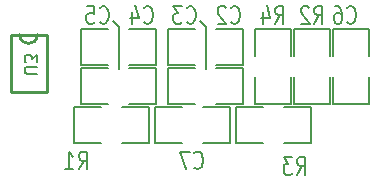
<source format=gbo>
G04 #@! TF.GenerationSoftware,KiCad,Pcbnew,6.0.11-2627ca5db0~126~ubuntu20.04.1*
G04 #@! TF.CreationDate,2023-03-27T19:11:57+02:00*
G04 #@! TF.ProjectId,KA12,4b413132-2e6b-4696-9361-645f70636258,rev?*
G04 #@! TF.SameCoordinates,Original*
G04 #@! TF.FileFunction,Legend,Bot*
G04 #@! TF.FilePolarity,Positive*
%FSLAX46Y46*%
G04 Gerber Fmt 4.6, Leading zero omitted, Abs format (unit mm)*
G04 Created by KiCad (PCBNEW 6.0.11-2627ca5db0~126~ubuntu20.04.1) date 2023-03-27 19:11:57*
%MOMM*%
%LPD*%
G01*
G04 APERTURE LIST*
%ADD10C,0.200000*%
%ADD11C,0.203200*%
%ADD12C,0.254000*%
G04 APERTURE END LIST*
D10*
X113538000Y-105156000D02*
X114046000Y-105664000D01*
X114046000Y-105664000D02*
X114046000Y-109220000D01*
X120904000Y-105156000D02*
X121412000Y-105664000D01*
X121412000Y-105664000D02*
X121412000Y-109220000D01*
D11*
X107100619Y-109613095D02*
X106291095Y-109613095D01*
X106195857Y-109564714D01*
X106148238Y-109516333D01*
X106100619Y-109419571D01*
X106100619Y-109226047D01*
X106148238Y-109129285D01*
X106195857Y-109080904D01*
X106291095Y-109032523D01*
X107100619Y-109032523D01*
X107100619Y-108645476D02*
X107100619Y-108016523D01*
X106719666Y-108355190D01*
X106719666Y-108210047D01*
X106672047Y-108113285D01*
X106624428Y-108064904D01*
X106529190Y-108016523D01*
X106291095Y-108016523D01*
X106195857Y-108064904D01*
X106148238Y-108113285D01*
X106100619Y-108210047D01*
X106100619Y-108500333D01*
X106148238Y-108597095D01*
X106195857Y-108645476D01*
D10*
X110690000Y-117709071D02*
X111090000Y-116994785D01*
X111375714Y-117709071D02*
X111375714Y-116209071D01*
X110918571Y-116209071D01*
X110804285Y-116280500D01*
X110747142Y-116351928D01*
X110690000Y-116494785D01*
X110690000Y-116709071D01*
X110747142Y-116851928D01*
X110804285Y-116923357D01*
X110918571Y-116994785D01*
X111375714Y-116994785D01*
X109547142Y-117709071D02*
X110232857Y-117709071D01*
X109890000Y-117709071D02*
X109890000Y-116209071D01*
X110004285Y-116423357D01*
X110118571Y-116566214D01*
X110232857Y-116637642D01*
X120469000Y-117566214D02*
X120526142Y-117637642D01*
X120697571Y-117709071D01*
X120811857Y-117709071D01*
X120983285Y-117637642D01*
X121097571Y-117494785D01*
X121154714Y-117351928D01*
X121211857Y-117066214D01*
X121211857Y-116851928D01*
X121154714Y-116566214D01*
X121097571Y-116423357D01*
X120983285Y-116280500D01*
X120811857Y-116209071D01*
X120697571Y-116209071D01*
X120526142Y-116280500D01*
X120469000Y-116351928D01*
X120069000Y-116209071D02*
X119269000Y-116209071D01*
X119783285Y-117709071D01*
X133423000Y-105247214D02*
X133480142Y-105318642D01*
X133651571Y-105390071D01*
X133765857Y-105390071D01*
X133937285Y-105318642D01*
X134051571Y-105175785D01*
X134108714Y-105032928D01*
X134165857Y-104747214D01*
X134165857Y-104532928D01*
X134108714Y-104247214D01*
X134051571Y-104104357D01*
X133937285Y-103961500D01*
X133765857Y-103890071D01*
X133651571Y-103890071D01*
X133480142Y-103961500D01*
X133423000Y-104032928D01*
X132394428Y-103890071D02*
X132623000Y-103890071D01*
X132737285Y-103961500D01*
X132794428Y-104032928D01*
X132908714Y-104247214D01*
X132965857Y-104532928D01*
X132965857Y-105104357D01*
X132908714Y-105247214D01*
X132851571Y-105318642D01*
X132737285Y-105390071D01*
X132508714Y-105390071D01*
X132394428Y-105318642D01*
X132337285Y-105247214D01*
X132280142Y-105104357D01*
X132280142Y-104747214D01*
X132337285Y-104604357D01*
X132394428Y-104532928D01*
X132508714Y-104461500D01*
X132737285Y-104461500D01*
X132851571Y-104532928D01*
X132908714Y-104604357D01*
X132965857Y-104747214D01*
X127327000Y-105390071D02*
X127727000Y-104675785D01*
X128012714Y-105390071D02*
X128012714Y-103890071D01*
X127555571Y-103890071D01*
X127441285Y-103961500D01*
X127384142Y-104032928D01*
X127327000Y-104175785D01*
X127327000Y-104390071D01*
X127384142Y-104532928D01*
X127441285Y-104604357D01*
X127555571Y-104675785D01*
X128012714Y-104675785D01*
X126298428Y-104390071D02*
X126298428Y-105390071D01*
X126584142Y-103818642D02*
X126869857Y-104890071D01*
X126127000Y-104890071D01*
X129168500Y-118153571D02*
X129568500Y-117439285D01*
X129854214Y-118153571D02*
X129854214Y-116653571D01*
X129397071Y-116653571D01*
X129282785Y-116725000D01*
X129225642Y-116796428D01*
X129168500Y-116939285D01*
X129168500Y-117153571D01*
X129225642Y-117296428D01*
X129282785Y-117367857D01*
X129397071Y-117439285D01*
X129854214Y-117439285D01*
X128768500Y-116653571D02*
X128025642Y-116653571D01*
X128425642Y-117225000D01*
X128254214Y-117225000D01*
X128139928Y-117296428D01*
X128082785Y-117367857D01*
X128025642Y-117510714D01*
X128025642Y-117867857D01*
X128082785Y-118010714D01*
X128139928Y-118082142D01*
X128254214Y-118153571D01*
X128597071Y-118153571D01*
X128711357Y-118082142D01*
X128768500Y-118010714D01*
X130629000Y-105390071D02*
X131029000Y-104675785D01*
X131314714Y-105390071D02*
X131314714Y-103890071D01*
X130857571Y-103890071D01*
X130743285Y-103961500D01*
X130686142Y-104032928D01*
X130629000Y-104175785D01*
X130629000Y-104390071D01*
X130686142Y-104532928D01*
X130743285Y-104604357D01*
X130857571Y-104675785D01*
X131314714Y-104675785D01*
X130171857Y-104032928D02*
X130114714Y-103961500D01*
X130000428Y-103890071D01*
X129714714Y-103890071D01*
X129600428Y-103961500D01*
X129543285Y-104032928D01*
X129486142Y-104175785D01*
X129486142Y-104318642D01*
X129543285Y-104532928D01*
X130229000Y-105390071D01*
X129486142Y-105390071D01*
X112468000Y-105247214D02*
X112525142Y-105318642D01*
X112696571Y-105390071D01*
X112810857Y-105390071D01*
X112982285Y-105318642D01*
X113096571Y-105175785D01*
X113153714Y-105032928D01*
X113210857Y-104747214D01*
X113210857Y-104532928D01*
X113153714Y-104247214D01*
X113096571Y-104104357D01*
X112982285Y-103961500D01*
X112810857Y-103890071D01*
X112696571Y-103890071D01*
X112525142Y-103961500D01*
X112468000Y-104032928D01*
X111382285Y-103890071D02*
X111953714Y-103890071D01*
X112010857Y-104604357D01*
X111953714Y-104532928D01*
X111839428Y-104461500D01*
X111553714Y-104461500D01*
X111439428Y-104532928D01*
X111382285Y-104604357D01*
X111325142Y-104747214D01*
X111325142Y-105104357D01*
X111382285Y-105247214D01*
X111439428Y-105318642D01*
X111553714Y-105390071D01*
X111839428Y-105390071D01*
X111953714Y-105318642D01*
X112010857Y-105247214D01*
X116214500Y-105247214D02*
X116271642Y-105318642D01*
X116443071Y-105390071D01*
X116557357Y-105390071D01*
X116728785Y-105318642D01*
X116843071Y-105175785D01*
X116900214Y-105032928D01*
X116957357Y-104747214D01*
X116957357Y-104532928D01*
X116900214Y-104247214D01*
X116843071Y-104104357D01*
X116728785Y-103961500D01*
X116557357Y-103890071D01*
X116443071Y-103890071D01*
X116271642Y-103961500D01*
X116214500Y-104032928D01*
X115185928Y-104390071D02*
X115185928Y-105390071D01*
X115471642Y-103818642D02*
X115757357Y-104890071D01*
X115014500Y-104890071D01*
X123580500Y-105247214D02*
X123637642Y-105318642D01*
X123809071Y-105390071D01*
X123923357Y-105390071D01*
X124094785Y-105318642D01*
X124209071Y-105175785D01*
X124266214Y-105032928D01*
X124323357Y-104747214D01*
X124323357Y-104532928D01*
X124266214Y-104247214D01*
X124209071Y-104104357D01*
X124094785Y-103961500D01*
X123923357Y-103890071D01*
X123809071Y-103890071D01*
X123637642Y-103961500D01*
X123580500Y-104032928D01*
X123123357Y-104032928D02*
X123066214Y-103961500D01*
X122951928Y-103890071D01*
X122666214Y-103890071D01*
X122551928Y-103961500D01*
X122494785Y-104032928D01*
X122437642Y-104175785D01*
X122437642Y-104318642D01*
X122494785Y-104532928D01*
X123180500Y-105390071D01*
X122437642Y-105390071D01*
X119834000Y-105247214D02*
X119891142Y-105318642D01*
X120062571Y-105390071D01*
X120176857Y-105390071D01*
X120348285Y-105318642D01*
X120462571Y-105175785D01*
X120519714Y-105032928D01*
X120576857Y-104747214D01*
X120576857Y-104532928D01*
X120519714Y-104247214D01*
X120462571Y-104104357D01*
X120348285Y-103961500D01*
X120176857Y-103890071D01*
X120062571Y-103890071D01*
X119891142Y-103961500D01*
X119834000Y-104032928D01*
X119434000Y-103890071D02*
X118691142Y-103890071D01*
X119091142Y-104461500D01*
X118919714Y-104461500D01*
X118805428Y-104532928D01*
X118748285Y-104604357D01*
X118691142Y-104747214D01*
X118691142Y-105104357D01*
X118748285Y-105247214D01*
X118805428Y-105318642D01*
X118919714Y-105390071D01*
X119262571Y-105390071D01*
X119376857Y-105318642D01*
X119434000Y-105247214D01*
D12*
X104902000Y-111125000D02*
X107950000Y-111125000D01*
X107950000Y-106299000D02*
X107950000Y-111125000D01*
X104902000Y-106299000D02*
X104902000Y-111125000D01*
X107950000Y-106299000D02*
X104902000Y-106299000D01*
X105664000Y-106299000D02*
G75*
G03*
X107188000Y-106299000I762000J0D01*
G01*
D10*
X116586000Y-112395000D02*
X114300000Y-112395000D01*
X110236000Y-112395000D02*
X112522000Y-112395000D01*
X116586000Y-112395000D02*
X116586000Y-115443000D01*
X116586000Y-115443000D02*
X114300000Y-115443000D01*
X110236000Y-112395000D02*
X110236000Y-115443000D01*
X110236000Y-115443000D02*
X112522000Y-115443000D01*
X123444000Y-112395000D02*
X121158000Y-112395000D01*
X117094000Y-115443000D02*
X119380000Y-115443000D01*
X117094000Y-115443000D02*
X117094000Y-112395000D01*
X117094000Y-112395000D02*
X119380000Y-112395000D01*
X123444000Y-115443000D02*
X123444000Y-112395000D01*
X123444000Y-115443000D02*
X121158000Y-115443000D01*
X132207000Y-112141000D02*
X132207000Y-109855000D01*
X135255000Y-105791000D02*
X132207000Y-105791000D01*
X135255000Y-112141000D02*
X132207000Y-112141000D01*
X135255000Y-105791000D02*
X135255000Y-108077000D01*
X135255000Y-112141000D02*
X135255000Y-109855000D01*
X132207000Y-105791000D02*
X132207000Y-108077000D01*
X128651000Y-105791000D02*
X128651000Y-108077000D01*
X125603000Y-112141000D02*
X128651000Y-112141000D01*
X128651000Y-112141000D02*
X128651000Y-109855000D01*
X125603000Y-105791000D02*
X125603000Y-108077000D01*
X125603000Y-112141000D02*
X125603000Y-109855000D01*
X125603000Y-105791000D02*
X128651000Y-105791000D01*
X130302000Y-112395000D02*
X128016000Y-112395000D01*
X130302000Y-115443000D02*
X128016000Y-115443000D01*
X123952000Y-112395000D02*
X126238000Y-112395000D01*
X123952000Y-115443000D02*
X123952000Y-112395000D01*
X130302000Y-115443000D02*
X130302000Y-112395000D01*
X123952000Y-115443000D02*
X126238000Y-115443000D01*
X128905000Y-105791000D02*
X128905000Y-108077000D01*
X131953000Y-105791000D02*
X131953000Y-108077000D01*
X131953000Y-112141000D02*
X131953000Y-109855000D01*
X128905000Y-105791000D02*
X131953000Y-105791000D01*
X128905000Y-112141000D02*
X131953000Y-112141000D01*
X128905000Y-112141000D02*
X128905000Y-109855000D01*
X110871000Y-109093000D02*
X110871000Y-112141000D01*
X117221000Y-109093000D02*
X114935000Y-109093000D01*
X110871000Y-109093000D02*
X113157000Y-109093000D01*
X117221000Y-112141000D02*
X114935000Y-112141000D01*
X117221000Y-109093000D02*
X117221000Y-112141000D01*
X110871000Y-112141000D02*
X113157000Y-112141000D01*
X117221000Y-108839000D02*
X117221000Y-105791000D01*
X110871000Y-108839000D02*
X110871000Y-105791000D01*
X110871000Y-108839000D02*
X113157000Y-108839000D01*
X117221000Y-105791000D02*
X114935000Y-105791000D01*
X117221000Y-108839000D02*
X114935000Y-108839000D01*
X110871000Y-105791000D02*
X113157000Y-105791000D01*
X124587000Y-108839000D02*
X122301000Y-108839000D01*
X124587000Y-108839000D02*
X124587000Y-105791000D01*
X118237000Y-108839000D02*
X118237000Y-105791000D01*
X118237000Y-108839000D02*
X120523000Y-108839000D01*
X124587000Y-105791000D02*
X122301000Y-105791000D01*
X118237000Y-105791000D02*
X120523000Y-105791000D01*
X124587000Y-109093000D02*
X122301000Y-109093000D01*
X124587000Y-112141000D02*
X124587000Y-109093000D01*
X118237000Y-109093000D02*
X120523000Y-109093000D01*
X124587000Y-112141000D02*
X122301000Y-112141000D01*
X118237000Y-112141000D02*
X120523000Y-112141000D01*
X118237000Y-112141000D02*
X118237000Y-109093000D01*
M02*

</source>
